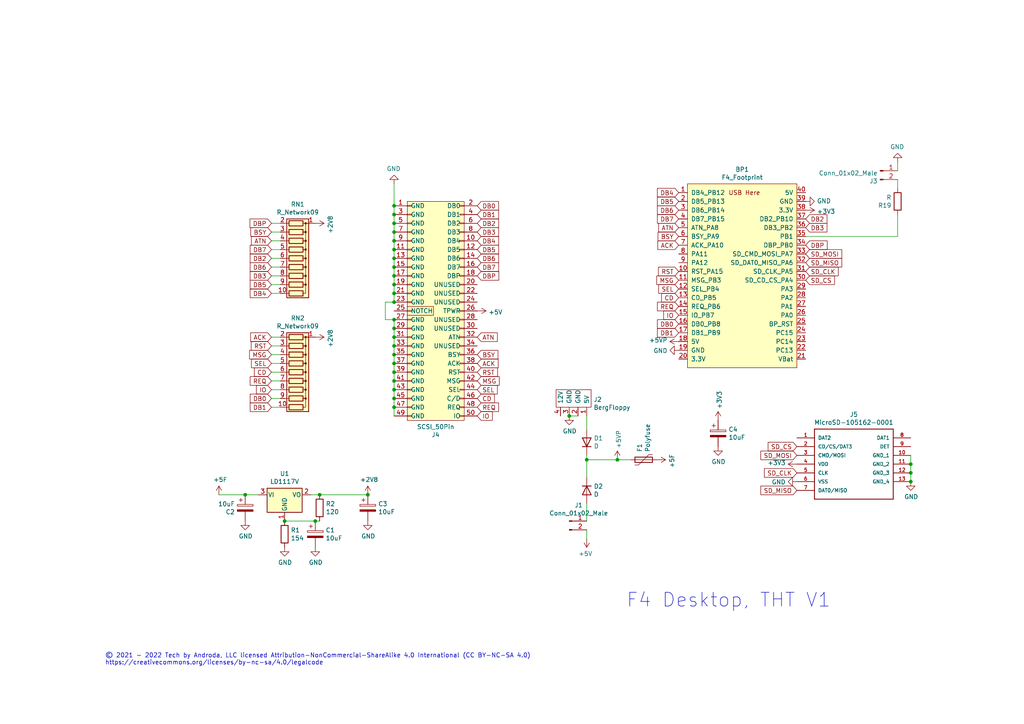
<source format=kicad_sch>
(kicad_sch (version 20211123) (generator eeschema)
  (paper "A4")
  (lib_symbols
    (symbol "Connector:Conn_01x02_Male" (pin_names (offset 1.016) hide)
      (property "Reference" "J" (at 0 2.54 0))
      (property "Value" "Conn_01x02_Male" (at 0 -5.08 0))
      (symbol "Conn_01x02_Male_1_1"
        (polyline (pts (xy 1.27 -2.54) (xy 0.8636 -2.54)) (stroke (width 0.1524)))
        (polyline (pts (xy 1.27 0) (xy 0.8636 0)) (stroke (width 0.1524)))
        (rectangle (start 0.8636 -2.413) (end 0 -2.667) (stroke (width 0.1524)) (fill (type outline)))
        (rectangle (start 0.8636 0.127) (end 0 -0.127) (stroke (width 0.1524)) (fill (type outline)))
        (pin passive line (at 5.08 0 180) (length 3.81) (name "Pin_1") (number "1"))
        (pin passive line (at 5.08 -2.54 180) (length 3.81) (name "Pin_2") (number "2"))
      )
    )
    (symbol "Device:CP" (pin_numbers hide) (pin_names (offset 0.254))
      (property "Reference" "C" (at 0.635 2.54 0))
      (property "Value" "Device_CP" (at 0.635 -2.54 0))
      (symbol "CP_0_1"
        (rectangle (start -2.286 0.508) (end 2.286 1.016))
        (polyline (pts (xy -1.778 2.286) (xy -0.762 2.286)))
        (polyline (pts (xy -1.27 2.794) (xy -1.27 1.778)))
        (rectangle (start 2.286 -0.508) (end -2.286 -1.016) (fill (type outline)))
      )
      (symbol "CP_1_1"
        (pin passive line (at 0 3.81 270) (length 2.794) (name "~") (number "1"))
        (pin passive line (at 0 -3.81 90) (length 2.794) (name "~") (number "2"))
      )
    )
    (symbol "Device:D" (pin_numbers hide) (pin_names (offset 1.016) hide)
      (property "Reference" "D" (at 0 2.54 0))
      (property "Value" "D" (at 0 -2.54 0))
      (symbol "D_0_1"
        (polyline (pts (xy -1.27 1.27) (xy -1.27 -1.27)) (stroke (width 0.254)))
        (polyline (pts (xy 1.27 0) (xy -1.27 0)))
        (polyline (pts (xy 1.27 1.27) (xy 1.27 -1.27) (xy -1.27 0) (xy 1.27 1.27)) (stroke (width 0.254)))
      )
      (symbol "D_1_1"
        (pin passive line (at -3.81 0 0) (length 2.54) (name "K") (number "1"))
        (pin passive line (at 3.81 0 180) (length 2.54) (name "A") (number "2"))
      )
    )
    (symbol "Device:Polyfuse" (pin_numbers hide) (pin_names (offset 0))
      (property "Reference" "F" (at -2.54 0 90))
      (property "Value" "Polyfuse" (at 2.54 0 90))
      (symbol "Polyfuse_0_1"
        (rectangle (start -0.762 2.54) (end 0.762 -2.54) (stroke (width 0.254)))
        (polyline (pts (xy 0 2.54) (xy 0 -2.54)))
        (polyline (pts (xy -1.524 2.54) (xy -1.524 1.524) (xy 1.524 -1.524) (xy 1.524 -2.54)))
      )
      (symbol "Polyfuse_1_1"
        (pin passive line (at 0 3.81 270) (length 1.27) (name "~") (number "1"))
        (pin passive line (at 0 -3.81 90) (length 1.27) (name "~") (number "2"))
      )
    )
    (symbol "Device:R" (pin_numbers hide) (pin_names (offset 0))
      (property "Reference" "R" (at 2.032 0 90))
      (property "Value" "R" (at 0 0 90))
      (symbol "R_0_1"
        (rectangle (start -1.016 -2.54) (end 1.016 2.54) (stroke (width 0.254)))
      )
      (symbol "R_1_1"
        (pin passive line (at 0 3.81 270) (length 1.27) (name "~") (number "1"))
        (pin passive line (at 0 -3.81 90) (length 1.27) (name "~") (number "2"))
      )
    )
    (symbol "Device:R_Network09" (pin_names (offset 0) hide)
      (property "Reference" "RN" (at -12.7 0 90))
      (property "Value" "R_Network09" (at 12.7 0 90))
      (symbol "R_Network09_0_1"
        (rectangle (start -11.43 -3.175) (end 11.43 3.175) (stroke (width 0.254)) (fill (type background)))
        (rectangle (start -10.922 1.524) (end -9.398 -2.54) (stroke (width 0.254)))
        (circle (center -10.16 2.286) (radius 0.254) (fill (type outline)))
        (rectangle (start -8.382 1.524) (end -6.858 -2.54) (stroke (width 0.254)))
        (circle (center -7.62 2.286) (radius 0.254) (fill (type outline)))
        (rectangle (start -5.842 1.524) (end -4.318 -2.54) (stroke (width 0.254)))
        (circle (center -5.08 2.286) (radius 0.254) (fill (type outline)))
        (rectangle (start -3.302 1.524) (end -1.778 -2.54) (stroke (width 0.254)))
        (circle (center -2.54 2.286) (radius 0.254) (fill (type outline)))
        (rectangle (start -0.762 1.524) (end 0.762 -2.54) (stroke (width 0.254)))
        (polyline (pts (xy -10.16 -2.54) (xy -10.16 -3.81)))
        (polyline (pts (xy -7.62 -2.54) (xy -7.62 -3.81)))
        (polyline (pts (xy -5.08 -2.54) (xy -5.08 -3.81)))
        (polyline (pts (xy -2.54 -2.54) (xy -2.54 -3.81)))
        (polyline (pts (xy 0 -2.54) (xy 0 -3.81)))
        (polyline (pts (xy 2.54 -2.54) (xy 2.54 -3.81)))
        (polyline (pts (xy 5.08 -2.54) (xy 5.08 -3.81)))
        (polyline (pts (xy 7.62 -2.54) (xy 7.62 -3.81)))
        (polyline (pts (xy 10.16 -2.54) (xy 10.16 -3.81)))
        (polyline (pts (xy -10.16 1.524) (xy -10.16 2.286) (xy -7.62 2.286) (xy -7.62 1.524)))
        (polyline (pts (xy -7.62 1.524) (xy -7.62 2.286) (xy -5.08 2.286) (xy -5.08 1.524)))
        (polyline (pts (xy -5.08 1.524) (xy -5.08 2.286) (xy -2.54 2.286) (xy -2.54 1.524)))
        (polyline (pts (xy -2.54 1.524) (xy -2.54 2.286) (xy 0 2.286) (xy 0 1.524)))
        (polyline (pts (xy 0 1.524) (xy 0 2.286) (xy 2.54 2.286) (xy 2.54 1.524)))
        (polyline (pts (xy 2.54 1.524) (xy 2.54 2.286) (xy 5.08 2.286) (xy 5.08 1.524)))
        (polyline (pts (xy 5.08 1.524) (xy 5.08 2.286) (xy 7.62 2.286) (xy 7.62 1.524)))
        (polyline (pts (xy 7.62 1.524) (xy 7.62 2.286) (xy 10.16 2.286) (xy 10.16 1.524)))
        (circle (center 0 2.286) (radius 0.254) (fill (type outline)))
        (rectangle (start 1.778 1.524) (end 3.302 -2.54) (stroke (width 0.254)))
        (circle (center 2.54 2.286) (radius 0.254) (fill (type outline)))
        (rectangle (start 4.318 1.524) (end 5.842 -2.54) (stroke (width 0.254)))
        (circle (center 5.08 2.286) (radius 0.254) (fill (type outline)))
        (rectangle (start 6.858 1.524) (end 8.382 -2.54) (stroke (width 0.254)))
        (circle (center 7.62 2.286) (radius 0.254) (fill (type outline)))
        (rectangle (start 9.398 1.524) (end 10.922 -2.54) (stroke (width 0.254)))
      )
      (symbol "R_Network09_1_1"
        (pin passive line (at -10.16 5.08 270) (length 2.54) (name "common") (number "1"))
        (pin passive line (at 10.16 -5.08 90) (length 1.27) (name "R9") (number "10"))
        (pin passive line (at -10.16 -5.08 90) (length 1.27) (name "R1") (number "2"))
        (pin passive line (at -7.62 -5.08 90) (length 1.27) (name "R2") (number "3"))
        (pin passive line (at -5.08 -5.08 90) (length 1.27) (name "R3") (number "4"))
        (pin passive line (at -2.54 -5.08 90) (length 1.27) (name "R4") (number "5"))
        (pin passive line (at 0 -5.08 90) (length 1.27) (name "R5") (number "6"))
        (pin passive line (at 2.54 -5.08 90) (length 1.27) (name "R6") (number "7"))
        (pin passive line (at 5.08 -5.08 90) (length 1.27) (name "R7") (number "8"))
        (pin passive line (at 7.62 -5.08 90) (length 1.27) (name "R8") (number "9"))
      )
    )
    (symbol "Regulator_Linear:LD1117VCD-2.85" (pin_names (offset 0.254))
      (property "Reference" "U" (at -3.81 3.175 0))
      (property "Value" "LD1117VCD-2.85" (at 0 3.175 0))
      (symbol "LD1117VCD-2.85_0_1"
        (rectangle (start -5.08 -5.08) (end 5.08 1.905) (stroke (width 0.254)) (fill (type background)))
      )
      (symbol "LD1117VCD-2.85_1_1"
        (pin power_in line (at 0 -7.62 90) (length 2.54) (name "GND") (number "1"))
        (pin power_out line (at 7.62 0 180) (length 2.54) (name "VO") (number "2"))
        (pin power_in line (at -7.62 0 0) (length 2.54) (name "VI") (number "3"))
      )
    )
    (symbol "custom_symbols:+5V_TPWR" (power) (pin_names (offset 0))
      (property "Value" "custom_symbols_+5V_TPWR" (at 0 3.556 0))
      (symbol "+5V_TPWR_0_1"
        (polyline (pts (xy -0.762 1.27) (xy 0 2.54)))
        (polyline (pts (xy 0 0) (xy 0 2.54)))
        (polyline (pts (xy 0 2.54) (xy 0.762 1.27)))
      )
      (symbol "+5V_TPWR_1_1"
        (pin power_in line (at 0 0 90) (length 0) hide (name "+5V") (number "1"))
      )
    )
    (symbol "custom_symbols:BergFloppy" (pin_names (offset 1.016))
      (property "Reference" "J" (at 0 -1.27 0))
      (property "Value" "custom_symbols_BergFloppy" (at 0 1.27 0))
      (symbol "BergFloppy_0_1"
        (rectangle (start -5.08 -10.16) (end 5.08 -5.08))
      )
      (symbol "BergFloppy_1_1"
        (pin power_in line (at 3.81 -12.7 90) (length 2.54) (name "5V") (number "1"))
        (pin power_in line (at 1.27 -12.7 90) (length 2.54) (name "GND") (number "2"))
        (pin power_in line (at -1.27 -12.7 90) (length 2.54) (name "GND") (number "3"))
        (pin power_in line (at -3.81 -12.7 90) (length 2.54) (name "12V") (number "4"))
      )
    )
    (symbol "custom_symbols:F4_Footprint" (pin_names (offset 1.016))
      (property "Reference" "BP" (at 0 1.27 0))
      (property "Value" "custom_symbols_F4_Footprint" (at 0 5.08 0))
      (symbol "F4_Footprint_0_0"
        (text "USB Here" (at 1.27 -3.81 0) (effects (font (size 1.27 1.27))))
      )
      (symbol "F4_Footprint_0_1"
        (rectangle (start 16.51 -1.27) (end -15.24 -54.61) (fill (type background)))
      )
      (symbol "F4_Footprint_1_1"
        (pin bidirectional line (at -17.78 -3.81 0) (length 2.54) (name "DB4_PB12") (number "1"))
        (pin bidirectional line (at -17.78 -26.67 0) (length 2.54) (name "RST_PA15") (number "10"))
        (pin bidirectional line (at -17.78 -29.21 0) (length 2.54) (name "MSG_PB3") (number "11"))
        (pin bidirectional line (at -17.78 -31.75 0) (length 2.54) (name "SEL_PB4") (number "12"))
        (pin bidirectional line (at -17.78 -34.29 0) (length 2.54) (name "CD_PB5") (number "13"))
        (pin bidirectional line (at -17.78 -36.83 0) (length 2.54) (name "REQ_PB6") (number "14"))
        (pin bidirectional line (at -17.78 -39.37 0) (length 2.54) (name "IO_PB7") (number "15"))
        (pin bidirectional line (at -17.78 -41.91 0) (length 2.54) (name "DB0_PB8") (number "16"))
        (pin bidirectional line (at -17.78 -44.45 0) (length 2.54) (name "DB1_PB9") (number "17"))
        (pin power_in line (at -17.78 -46.99 0) (length 2.54) (name "5V") (number "18"))
        (pin power_in line (at -17.78 -49.53 0) (length 2.54) (name "GND") (number "19"))
        (pin bidirectional line (at -17.78 -6.35 0) (length 2.54) (name "DB5_PB13") (number "2"))
        (pin power_in line (at -17.78 -52.07 0) (length 2.54) (name "3.3V") (number "20"))
        (pin power_in line (at 19.05 -52.07 180) (length 2.54) (name "VBat") (number "21"))
        (pin bidirectional line (at 19.05 -49.53 180) (length 2.54) (name "PC13") (number "22"))
        (pin bidirectional line (at 19.05 -46.99 180) (length 2.54) (name "PC14") (number "23"))
        (pin bidirectional line (at 19.05 -44.45 180) (length 2.54) (name "PC15") (number "24"))
        (pin input line (at 19.05 -41.91 180) (length 2.54) (name "BP_RST") (number "25"))
        (pin bidirectional line (at 19.05 -39.37 180) (length 2.54) (name "PA0") (number "26"))
        (pin bidirectional line (at 19.05 -36.83 180) (length 2.54) (name "PA1") (number "27"))
        (pin bidirectional line (at 19.05 -34.29 180) (length 2.54) (name "PA2") (number "28"))
        (pin bidirectional line (at 19.05 -31.75 180) (length 2.54) (name "PA3") (number "29"))
        (pin bidirectional line (at -17.78 -8.89 0) (length 2.54) (name "DB6_PB14") (number "3"))
        (pin bidirectional line (at 19.05 -29.21 180) (length 2.54) (name "SD_CD_CS_PA4") (number "30"))
        (pin bidirectional line (at 19.05 -26.67 180) (length 2.54) (name "SD_CLK_PA5") (number "31"))
        (pin bidirectional line (at 19.05 -24.13 180) (length 2.54) (name "SD_DAT0_MISO_PA6") (number "32"))
        (pin bidirectional line (at 19.05 -21.59 180) (length 2.54) (name "SD_CMD_MOSI_PA7") (number "33"))
        (pin bidirectional line (at 19.05 -19.05 180) (length 2.54) (name "DBP_PB0") (number "34"))
        (pin bidirectional line (at 19.05 -16.51 180) (length 2.54) (name "PB1") (number "35"))
        (pin bidirectional line (at 19.05 -13.97 180) (length 2.54) (name "DB3_PB2") (number "36"))
        (pin bidirectional line (at 19.05 -11.43 180) (length 2.54) (name "DB2_PB10") (number "37"))
        (pin power_in line (at 19.05 -8.89 180) (length 2.54) (name "3.3V") (number "38"))
        (pin power_in line (at 19.05 -6.35 180) (length 2.54) (name "GND") (number "39"))
        (pin bidirectional line (at -17.78 -11.43 0) (length 2.54) (name "DB7_PB15") (number "4"))
        (pin power_in line (at 19.05 -3.81 180) (length 2.54) (name "5V") (number "40"))
        (pin bidirectional line (at -17.78 -13.97 0) (length 2.54) (name "ATN_PA8") (number "5"))
        (pin bidirectional line (at -17.78 -16.51 0) (length 2.54) (name "BSY_PA9") (number "6"))
        (pin bidirectional line (at -17.78 -19.05 0) (length 2.54) (name "ACK_PA10") (number "7"))
        (pin bidirectional line (at -17.78 -21.59 0) (length 2.54) (name "PA11") (number "8"))
        (pin bidirectional line (at -17.78 -24.13 0) (length 2.54) (name "PA12") (number "9"))
      )
    )
    (symbol "custom_symbols:MicroSD-105162-0001" (pin_names (offset 1.016))
      (property "Reference" "J" (at 29.21 7.62 0))
      (property "Value" "custom_symbols_MicroSD-105162-0001" (at 29.21 5.08 0))
      (symbol "MicroSD-105162-0001_0_0"
        (polyline (pts (xy 5.08 2.54) (xy 5.08 -17.78)) (stroke (width 0.254)))
        (polyline (pts (xy 5.08 2.54) (xy 27.94 2.54)) (stroke (width 0.254)))
        (polyline (pts (xy 27.94 -17.78) (xy 5.08 -17.78)) (stroke (width 0.254)))
        (polyline (pts (xy 27.94 -17.78) (xy 27.94 2.54)) (stroke (width 0.254)))
        (pin bidirectional line (at 0 0 0) (length 5.08) (name "DAT2") (number "1"))
        (pin bidirectional line (at 33.02 -5.08 180) (length 5.08) (name "GND_1") (number "10"))
        (pin bidirectional line (at 33.02 -7.62 180) (length 5.08) (name "GND_2") (number "11"))
        (pin bidirectional line (at 33.02 -10.16 180) (length 5.08) (name "GND_3") (number "12"))
        (pin bidirectional line (at 33.02 -12.7 180) (length 5.08) (name "GND_4") (number "13"))
        (pin bidirectional line (at 0 -2.54 0) (length 5.08) (name "CD/CS/DAT3") (number "2"))
        (pin bidirectional line (at 0 -5.08 0) (length 5.08) (name "CMD/MOSI") (number "3"))
        (pin bidirectional line (at 0 -7.62 0) (length 5.08) (name "VDD") (number "4"))
        (pin bidirectional line (at 0 -10.16 0) (length 5.08) (name "CLK") (number "5"))
        (pin bidirectional line (at 0 -12.7 0) (length 5.08) (name "VSS") (number "6"))
        (pin bidirectional line (at 0 -15.24 0) (length 5.08) (name "DAT0/MISO") (number "7"))
        (pin bidirectional line (at 33.02 0 180) (length 5.08) (name "DAT1") (number "8"))
        (pin bidirectional line (at 33.02 -2.54 180) (length 5.08) (name "DET") (number "9"))
      )
    )
    (symbol "custom_symbols:SCSI_50Pin" (pin_names (offset 1.016))
      (property "Reference" "J" (at -3.81 33.02 0))
      (property "Value" "custom_symbols_SCSI_50Pin" (at -3.81 -33.02 0))
      (symbol "SCSI_50Pin_0_1"
        (rectangle (start -11.43 1.27) (end -3.81 -1.27))
        (rectangle (start -11.43 31.75) (end 5.08 -31.75) (fill (type background)))
      )
      (symbol "SCSI_50Pin_1_1"
        (rectangle (start -11.43 -30.353) (end -10.16 -30.607) (stroke (width 0.1524)))
        (rectangle (start -11.43 -27.813) (end -10.16 -28.067) (stroke (width 0.1524)))
        (rectangle (start -11.43 -25.273) (end -10.16 -25.527) (stroke (width 0.1524)))
        (rectangle (start -11.43 -22.733) (end -10.16 -22.987) (stroke (width 0.1524)))
        (rectangle (start -11.43 -20.193) (end -10.16 -20.447) (stroke (width 0.1524)))
        (rectangle (start -11.43 -17.653) (end -10.16 -17.907) (stroke (width 0.1524)))
        (rectangle (start -11.43 -15.113) (end -10.16 -15.367) (stroke (width 0.1524)))
        (rectangle (start -11.43 -12.573) (end -10.16 -12.827) (stroke (width 0.1524)))
        (rectangle (start -11.43 -10.033) (end -10.16 -10.287) (stroke (width 0.1524)))
        (rectangle (start -11.43 -7.493) (end -10.16 -7.747) (stroke (width 0.1524)))
        (rectangle (start -11.43 -4.953) (end -10.16 -5.207) (stroke (width 0.1524)))
        (rectangle (start -11.43 -2.413) (end -10.16 -2.667) (stroke (width 0.1524)))
        (rectangle (start -11.43 0.127) (end -10.16 -0.127) (stroke (width 0.1524)))
        (rectangle (start -11.43 2.667) (end -10.16 2.413) (stroke (width 0.1524)))
        (rectangle (start -11.43 5.207) (end -10.16 4.953) (stroke (width 0.1524)))
        (rectangle (start -11.43 7.747) (end -10.16 7.493) (stroke (width 0.1524)))
        (rectangle (start -11.43 10.287) (end -10.16 10.033) (stroke (width 0.1524)))
        (rectangle (start -11.43 12.827) (end -10.16 12.573) (stroke (width 0.1524)))
        (rectangle (start -11.43 15.367) (end -10.16 15.113) (stroke (width 0.1524)))
        (rectangle (start -11.43 17.907) (end -10.16 17.653) (stroke (width 0.1524)))
        (rectangle (start -11.43 20.447) (end -10.16 20.193) (stroke (width 0.1524)))
        (rectangle (start -11.43 22.987) (end -10.16 22.733) (stroke (width 0.1524)))
        (rectangle (start -11.43 25.527) (end -10.16 25.273) (stroke (width 0.1524)))
        (rectangle (start -11.43 28.067) (end -10.16 27.813) (stroke (width 0.1524)))
        (rectangle (start -11.43 30.607) (end -10.16 30.353) (stroke (width 0.1524)))
        (rectangle (start 5.08 -30.353) (end 3.81 -30.607) (stroke (width 0.1524)))
        (rectangle (start 5.08 -27.813) (end 3.81 -28.067) (stroke (width 0.1524)))
        (rectangle (start 5.08 -25.273) (end 3.81 -25.527) (stroke (width 0.1524)))
        (rectangle (start 5.08 -22.733) (end 3.81 -22.987) (stroke (width 0.1524)))
        (rectangle (start 5.08 -20.193) (end 3.81 -20.447) (stroke (width 0.1524)))
        (rectangle (start 5.08 -17.653) (end 3.81 -17.907) (stroke (width 0.1524)))
        (rectangle (start 5.08 -15.113) (end 3.81 -15.367) (stroke (width 0.1524)))
        (rectangle (start 5.08 -12.573) (end 3.81 -12.827) (stroke (width 0.1524)))
        (rectangle (start 5.08 -10.033) (end 3.81 -10.287) (stroke (width 0.1524)))
        (rectangle (start 5.08 -7.493) (end 3.81 -7.747) (stroke (width 0.1524)))
        (rectangle (start 5.08 -4.953) (end 3.81 -5.207) (stroke (width 0.1524)))
        (rectangle (start 5.08 -2.413) (end 3.81 -2.667) (stroke (width 0.1524)))
        (rectangle (start 5.08 0.127) (end 3.81 -0.127) (stroke (width 0.1524)))
        (rectangle (start 5.08 2.667) (end 3.81 2.413) (stroke (width 0.1524)))
        (rectangle (start 5.08 5.207) (end 3.81 4.953) (stroke (width 0.1524)))
        (rectangle (start 5.08 7.747) (end 3.81 7.493) (stroke (width 0.1524)))
        (rectangle (start 5.08 10.287) (end 3.81 10.033) (stroke (width 0.1524)))
        (rectangle (start 5.08 12.827) (end 3.81 12.573) (stroke (width 0.1524)))
        (rectangle (start 5.08 15.367) (end 3.81 15.113) (stroke (width 0.1524)))
        (rectangle (start 5.08 17.907) (end 3.81 17.653) (stroke (width 0.1524)))
        (rectangle (start 5.08 20.447) (end 3.81 20.193) (stroke (width 0.1524)))
        (rectangle (start 5.08 22.987) (end 3.81 22.733) (stroke (width 0.1524)))
        (rectangle (start 5.08 25.527) (end 3.81 25.273) (stroke (width 0.1524)))
        (rectangle (start 5.08 28.067) (end 3.81 27.813) (stroke (width 0.1524)))
        (rectangle (start 5.08 30.607) (end 3.81 30.353) (stroke (width 0.1524)))
        (pin passive line (at -15.24 30.48 0) (length 3.81) (name "GND") (number "1"))
        (pin passive line (at 8.89 20.32 180) (length 3.81) (name "DB4") (number "10"))
        (pin passive line (at -15.24 17.78 0) (length 3.81) (name "GND") (number "11"))
        (pin passive line (at 8.89 17.78 180) (length 3.81) (name "DB5") (number "12"))
        (pin passive line (at -15.24 15.24 0) (length 3.81) (name "GND") (number "13"))
        (pin passive line (at 8.89 15.24 180) (length 3.81) (name "DB6") (number "14"))
        (pin passive line (at -15.24 12.7 0) (length 3.81) (name "GND") (number "15"))
        (pin passive line (at 8.89 12.7 180) (length 3.81) (name "DB7") (number "16"))
        (pin passive line (at -15.24 10.16 0) (length 3.81) (name "GND") (number "17"))
        (pin passive line (at 8.89 10.16 180) (length 3.81) (name "DBP") (number "18"))
        (pin passive line (at -15.24 7.62 0) (length 3.81) (name "GND") (number "19"))
        (pin passive line (at 8.89 30.48 180) (length 3.81) (name "DB0") (number "2"))
        (pin passive line (at 8.89 7.62 180) (length 3.81) (name "UNUSED") (number "20"))
        (pin passive line (at -15.24 5.08 0) (length 3.81) (name "GND") (number "21"))
        (pin passive line (at 8.89 5.08 180) (length 3.81) (name "UNUSED") (number "22"))
        (pin passive line (at -15.24 2.54 0) (length 3.81) (name "GND") (number "23"))
        (pin passive line (at 8.89 2.54 180) (length 3.81) (name "UNUSED") (number "24"))
        (pin passive line (at -15.24 0 0) (length 3.81) (name "NOTCH") (number "25"))
        (pin passive line (at 8.89 0 180) (length 3.81) (name "TPWR") (number "26"))
        (pin passive line (at -15.24 -2.54 0) (length 3.81) (name "GND") (number "27"))
        (pin passive line (at 8.89 -2.54 180) (length 3.81) (name "UNUSED") (number "28"))
        (pin passive line (at -15.24 -5.08 0) (length 3.81) (name "GND") (number "29"))
        (pin passive line (at -15.24 27.94 0) (length 3.81) (name "GND") (number "3"))
        (pin passive line (at 8.89 -5.08 180) (length 3.81) (name "UNUSED") (number "30"))
        (pin passive line (at -15.24 -7.62 0) (length 3.81) (name "GND") (number "31"))
        (pin passive line (at 8.89 -7.62 180) (length 3.81) (name "ATN") (number "32"))
        (pin passive line (at -15.24 -10.16 0) (length 3.81) (name "GND") (number "33"))
        (pin passive line (at 8.89 -10.16 180) (length 3.81) (name "UNUSED") (number "34"))
        (pin passive line (at -15.24 -12.7 0) (length 3.81) (name "GND") (number "35"))
        (pin passive line (at 8.89 -12.7 180) (length 3.81) (name "BSY") (number "36"))
        (pin passive line (at -15.24 -15.24 0) (length 3.81) (name "GND") (number "37"))
        (pin passive line (at 8.89 -15.24 180) (length 3.81) (name "ACK") (number "38"))
        (pin passive line (at -15.24 -17.78 0) (length 3.81) (name "GND") (number "39"))
        (pin passive line (at 8.89 27.94 180) (length 3.81) (name "DB1") (number "4"))
        (pin passive line (at 8.89 -17.78 180) (length 3.81) (name "RST") (number "40"))
        (pin passive line (at -15.24 -20.32 0) (length 3.81) (name "GND") (number "41"))
        (pin passive line (at 8.89 -20.32 180) (length 3.81) (name "MSG") (number "42"))
        (pin passive line (at -15.24 -22.86 0) (length 3.81) (name "GND") (number "43"))
        (pin passive line (at 8.89 -22.86 180) (length 3.81) (name "SEL") (number "44"))
        (pin passive line (at -15.24 -25.4 0) (length 3.81) (name "GND") (number "45"))
        (pin passive line (at 8.89 -25.4 180) (length 3.81) (name "C/D") (number "46"))
        (pin passive line (at -15.24 -27.94 0) (length 3.81) (name "GND") (number "47"))
        (pin passive line (at 8.89 -27.94 180) (length 3.81) (name "REQ") (number "48"))
        (pin passive line (at -15.24 -30.48 0) (length 3.81) (name "GND") (number "49"))
        (pin passive line (at -15.24 25.4 0) (length 3.81) (name "GND") (number "5"))
        (pin passive line (at 8.89 -30.48 180) (length 3.81) (name "IO") (number "50"))
        (pin passive line (at 8.89 25.4 180) (length 3.81) (name "DB2") (number "6"))
        (pin passive line (at -15.24 22.86 0) (length 3.81) (name "GND") (number "7"))
        (pin passive line (at 8.89 22.86 180) (length 3.81) (name "DB3") (number "8"))
        (pin passive line (at -15.24 20.32 0) (length 3.81) (name "GND") (number "9"))
      )
    )
    (symbol "power:+2V8" (power) (pin_names (offset 0))
      (property "Value" "+2V8" (at 0 3.556 0))
      (symbol "+2V8_0_1"
        (polyline (pts (xy -0.762 1.27) (xy 0 2.54)))
        (polyline (pts (xy 0 0) (xy 0 2.54)))
        (polyline (pts (xy 0 2.54) (xy 0.762 1.27)))
      )
      (symbol "+2V8_1_1"
        (pin power_in line (at 0 0 90) (length 0) hide (name "+2V8") (number "1"))
      )
    )
    (symbol "power:+3V3" (power) (pin_names (offset 0))
      (property "Value" "+3V3" (at 0 3.556 0))
      (symbol "+3V3_0_1"
        (polyline (pts (xy -0.762 1.27) (xy 0 2.54)))
        (polyline (pts (xy 0 0) (xy 0 2.54)))
        (polyline (pts (xy 0 2.54) (xy 0.762 1.27)))
      )
      (symbol "+3V3_1_1"
        (pin power_in line (at 0 0 90) (length 0) hide (name "+3V3") (number "1"))
      )
    )
    (symbol "power:+5F" (power) (pin_names (offset 0))
      (property "Value" "+5F" (at 0 3.556 0))
      (symbol "+5F_0_1"
        (polyline (pts (xy -0.762 1.27) (xy 0 2.54)))
        (polyline (pts (xy 0 0) (xy 0 2.54)))
        (polyline (pts (xy 0 2.54) (xy 0.762 1.27)))
      )
      (symbol "+5F_1_1"
        (pin power_in line (at 0 0 90) (length 0) hide (name "+5F") (number "1"))
      )
    )
    (symbol "power:+5VP" (power) (pin_names (offset 0))
      (property "Value" "+5VP" (at 0 3.556 0))
      (symbol "+5VP_0_1"
        (polyline (pts (xy -0.762 1.27) (xy 0 2.54)))
        (polyline (pts (xy 0 0) (xy 0 2.54)))
        (polyline (pts (xy 0 2.54) (xy 0.762 1.27)))
      )
      (symbol "+5VP_1_1"
        (pin power_in line (at 0 0 90) (length 0) hide (name "+5VP") (number "1"))
      )
    )
    (symbol "power:GND" (power) (pin_names (offset 0))
      (property "Value" "GND" (at 0 -3.81 0))
      (symbol "GND_0_1"
        (polyline (pts (xy 0 0) (xy 0 -1.27) (xy 1.27 -1.27) (xy 0 -2.54) (xy -1.27 -1.27) (xy 0 -1.27)))
      )
      (symbol "GND_1_1"
        (pin power_in line (at 0 0 270) (length 0) hide (name "GND") (number "1"))
      )
    )
  )
  (junction (at 114.3 95.25))
  (junction (at 114.3 72.39))
  (junction (at 114.3 110.49))
  (junction (at 114.3 59.69))
  (junction (at 114.3 105.41))
  (junction (at 114.3 87.63))
  (junction (at 114.3 100.33))
  (junction (at 106.68 143.51))
  (junction (at 82.55 151.13))
  (junction (at 165.1 120.65))
  (junction (at 71.12 143.51))
  (junction (at 91.44 151.13))
  (junction (at 114.3 102.87))
  (junction (at 264.16 139.7))
  (junction (at 114.3 64.77))
  (junction (at 264.16 137.16))
  (junction (at 114.3 118.11))
  (junction (at 114.3 62.23))
  (junction (at 114.3 74.93))
  (junction (at 114.3 67.31))
  (junction (at 264.16 134.62))
  (junction (at 114.3 113.03))
  (junction (at 114.3 77.47))
  (junction (at 114.3 69.85))
  (junction (at 114.3 85.09))
  (junction (at 114.3 82.55))
  (junction (at 114.3 107.95))
  (junction (at 114.3 115.57))
  (junction (at 114.3 92.71))
  (junction (at 179.07 133.35))
  (junction (at 114.3 80.01))
  (junction (at 92.71 143.51))
  (junction (at 170.18 133.35))
  (junction (at 114.3 97.79))
  (wire (pts (xy 114.3 67.31) (xy 114.3 64.77)))
  (wire (pts (xy 170.18 146.05) (xy 170.18 151.13)))
  (wire (pts (xy 114.3 69.85) (xy 114.3 67.31)))
  (wire (pts (xy 167.64 120.65) (xy 165.1 120.65)))
  (wire (pts (xy 114.3 87.63) (xy 114.3 85.09)))
  (wire (pts (xy 170.18 133.35) (xy 179.07 133.35)))
  (wire (pts (xy 111.76 92.71) (xy 111.76 87.63)))
  (wire (pts (xy 78.74 113.03) (xy 81.28 113.03)))
  (wire (pts (xy 170.18 153.67) (xy 170.18 156.21)))
  (wire (pts (xy 71.12 143.51) (xy 63.5 143.51)))
  (wire (pts (xy 264.16 134.62) (xy 264.16 137.16)))
  (wire (pts (xy 81.28 67.31) (xy 78.74 67.31)))
  (wire (pts (xy 179.07 133.35) (xy 182.88 133.35)))
  (wire (pts (xy 114.3 74.93) (xy 114.3 72.39)))
  (wire (pts (xy 114.3 77.47) (xy 114.3 74.93)))
  (wire (pts (xy 170.18 133.35) (xy 170.18 132.08)))
  (wire (pts (xy 114.3 97.79) (xy 114.3 95.25)))
  (wire (pts (xy 170.18 138.43) (xy 170.18 133.35)))
  (wire (pts (xy 81.28 74.93) (xy 78.74 74.93)))
  (wire (pts (xy 114.3 102.87) (xy 114.3 100.33)))
  (wire (pts (xy 114.3 72.39) (xy 114.3 69.85)))
  (wire (pts (xy 78.74 107.95) (xy 81.28 107.95)))
  (wire (pts (xy 233.68 68.58) (xy 260.35 68.58)))
  (wire (pts (xy 114.3 64.77) (xy 114.3 62.23)))
  (wire (pts (xy 92.71 151.13) (xy 91.44 151.13)))
  (wire (pts (xy 114.3 100.33) (xy 114.3 97.79)))
  (wire (pts (xy 170.18 120.65) (xy 170.18 124.46)))
  (wire (pts (xy 78.74 118.11) (xy 81.28 118.11)))
  (wire (pts (xy 114.3 113.03) (xy 114.3 110.49)))
  (wire (pts (xy 92.71 143.51) (xy 106.68 143.51)))
  (wire (pts (xy 114.3 110.49) (xy 114.3 107.95)))
  (wire (pts (xy 111.76 87.63) (xy 114.3 87.63)))
  (wire (pts (xy 260.35 52.07) (xy 260.35 54.61)))
  (wire (pts (xy 114.3 105.41) (xy 114.3 102.87)))
  (wire (pts (xy 78.74 100.33) (xy 81.28 100.33)))
  (wire (pts (xy 81.28 69.85) (xy 78.74 69.85)))
  (wire (pts (xy 114.3 107.95) (xy 114.3 105.41)))
  (wire (pts (xy 260.35 68.58) (xy 260.35 62.23)))
  (wire (pts (xy 81.28 80.01) (xy 78.74 80.01)))
  (wire (pts (xy 81.28 85.09) (xy 78.74 85.09)))
  (wire (pts (xy 264.16 137.16) (xy 264.16 139.7)))
  (wire (pts (xy 78.74 105.41) (xy 81.28 105.41)))
  (wire (pts (xy 114.3 120.65) (xy 114.3 118.11)))
  (wire (pts (xy 81.28 72.39) (xy 78.74 72.39)))
  (wire (pts (xy 114.3 62.23) (xy 114.3 59.69)))
  (wire (pts (xy 114.3 115.57) (xy 114.3 113.03)))
  (wire (pts (xy 74.93 143.51) (xy 71.12 143.51)))
  (wire (pts (xy 81.28 82.55) (xy 78.74 82.55)))
  (wire (pts (xy 114.3 95.25) (xy 114.3 92.71)))
  (wire (pts (xy 91.44 151.13) (xy 82.55 151.13)))
  (wire (pts (xy 114.3 80.01) (xy 114.3 77.47)))
  (wire (pts (xy 114.3 59.69) (xy 114.3 53.34)))
  (wire (pts (xy 81.28 77.47) (xy 78.74 77.47)))
  (wire (pts (xy 114.3 82.55) (xy 114.3 80.01)))
  (wire (pts (xy 90.17 143.51) (xy 92.71 143.51)))
  (wire (pts (xy 114.3 85.09) (xy 114.3 82.55)))
  (wire (pts (xy 78.74 115.57) (xy 81.28 115.57)))
  (wire (pts (xy 114.3 118.11) (xy 114.3 115.57)))
  (wire (pts (xy 114.3 92.71) (xy 111.76 92.71)))
  (wire (pts (xy 264.16 132.08) (xy 264.16 134.62)))
  (wire (pts (xy 260.35 49.53) (xy 260.35 46.99)))
  (wire (pts (xy 78.74 110.49) (xy 81.28 110.49)))
  (wire (pts (xy 81.28 64.77) (xy 78.74 64.77)))
  (wire (pts (xy 78.74 102.87) (xy 81.28 102.87)))
  (wire (pts (xy 78.74 97.79) (xy 81.28 97.79)))
  (text "F4 Desktop, THT V1" (at 181.61 176.53 0) (effects (font (size 4 4)) (justify left bottom)))
  (text "© 2021 - 2022 Tech by Androda, LLC licensed Attribution-NonCommercial-ShareAlike 4.0 International (CC BY-NC-SA 4.0)\nhttps://creativecommons.org/licenses/by-nc-sa/4.0/legalcode" (at 30.48 193.04 0) (effects (font (size 1.27 1.27)) (justify left bottom)))
  (global_label "ACK" (shape input) (at 78.74 97.79 180) (property "Intersheet References" "${INTERSHEET_REFS}" (effects hide)))
  (global_label "DB3" (shape input) (at 233.68 66.04 0) (property "Intersheet References" "${INTERSHEET_REFS}" (effects hide)))
  (global_label "ATN" (shape input) (at 78.74 69.85 180) (property "Intersheet References" "${INTERSHEET_REFS}" (effects hide)))
  (global_label "SD_CS" (shape input) (at 233.68 81.28 0) (property "Intersheet References" "${INTERSHEET_REFS}" (effects hide)))
  (global_label "DBP" (shape input) (at 233.68 71.12 0) (property "Intersheet References" "${INTERSHEET_REFS}" (effects hide)))
  (global_label "DB5" (shape input) (at 196.85 58.42 180) (property "Intersheet References" "${INTERSHEET_REFS}" (effects hide)))
  (global_label "MSG" (shape input) (at 138.43 110.49 0) (property "Intersheet References" "${INTERSHEET_REFS}" (effects hide)))
  (global_label "DB6" (shape input) (at 78.74 77.47 180) (property "Intersheet References" "${INTERSHEET_REFS}" (effects hide)))
  (global_label "ATN" (shape input) (at 138.43 97.79 0) (property "Intersheet References" "${INTERSHEET_REFS}" (effects hide)))
  (global_label "DB7" (shape input) (at 78.74 72.39 180) (property "Intersheet References" "${INTERSHEET_REFS}" (effects hide)))
  (global_label "DB3" (shape input) (at 138.43 67.31 0) (property "Intersheet References" "${INTERSHEET_REFS}" (effects hide)))
  (global_label "DB3" (shape input) (at 78.74 80.01 180) (property "Intersheet References" "${INTERSHEET_REFS}" (effects hide)))
  (global_label "ATN" (shape input) (at 196.85 66.04 180) (property "Intersheet References" "${INTERSHEET_REFS}" (effects hide)))
  (global_label "CD" (shape input) (at 78.74 107.95 180) (property "Intersheet References" "${INTERSHEET_REFS}" (effects hide)))
  (global_label "DB1" (shape input) (at 138.43 62.23 0) (property "Intersheet References" "${INTERSHEET_REFS}" (effects hide)))
  (global_label "MSG" (shape input) (at 78.74 102.87 180) (property "Intersheet References" "${INTERSHEET_REFS}" (effects hide)))
  (global_label "REQ" (shape input) (at 138.43 118.11 0) (property "Intersheet References" "${INTERSHEET_REFS}" (effects hide)))
  (global_label "DB0" (shape input) (at 196.85 93.98 180) (property "Intersheet References" "${INTERSHEET_REFS}" (effects hide)))
  (global_label "DB0" (shape input) (at 138.43 59.69 0) (property "Intersheet References" "${INTERSHEET_REFS}" (effects hide)))
  (global_label "SD_MISO" (shape input) (at 231.14 142.24 180) (property "Intersheet References" "${INTERSHEET_REFS}" (effects hide)))
  (global_label "DB1" (shape input) (at 196.85 96.52 180) (property "Intersheet References" "${INTERSHEET_REFS}" (effects hide)))
  (global_label "IO" (shape input) (at 196.85 91.44 180) (property "Intersheet References" "${INTERSHEET_REFS}" (effects hide)))
  (global_label "SEL" (shape input) (at 196.85 83.82 180) (property "Intersheet References" "${INTERSHEET_REFS}" (effects hide)))
  (global_label "MSG" (shape input) (at 196.85 81.28 180) (property "Intersheet References" "${INTERSHEET_REFS}" (effects hide)))
  (global_label "SEL" (shape input) (at 138.43 113.03 0) (property "Intersheet References" "${INTERSHEET_REFS}" (effects hide)))
  (global_label "DBP" (shape input) (at 78.74 64.77 180) (property "Intersheet References" "${INTERSHEET_REFS}" (effects hide)))
  (global_label "BSY" (shape input) (at 138.43 102.87 0) (property "Intersheet References" "${INTERSHEET_REFS}" (effects hide)))
  (global_label "DB4" (shape input) (at 78.74 85.09 180) (property "Intersheet References" "${INTERSHEET_REFS}" (effects hide)))
  (global_label "ACK" (shape input) (at 196.85 71.12 180) (property "Intersheet References" "${INTERSHEET_REFS}" (effects hide)))
  (global_label "DBP" (shape input) (at 138.43 80.01 0) (property "Intersheet References" "${INTERSHEET_REFS}" (effects hide)))
  (global_label "DB4" (shape input) (at 138.43 69.85 0) (property "Intersheet References" "${INTERSHEET_REFS}" (effects hide)))
  (global_label "SEL" (shape input) (at 78.74 105.41 180) (property "Intersheet References" "${INTERSHEET_REFS}" (effects hide)))
  (global_label "SD_MOSI" (shape input) (at 233.68 73.66 0) (property "Intersheet References" "${INTERSHEET_REFS}" (effects hide)))
  (global_label "DB2" (shape input) (at 78.74 74.93 180) (property "Intersheet References" "${INTERSHEET_REFS}" (effects hide)))
  (global_label "REQ" (shape input) (at 78.74 110.49 180) (property "Intersheet References" "${INTERSHEET_REFS}" (effects hide)))
  (global_label "RST" (shape input) (at 78.74 100.33 180) (property "Intersheet References" "${INTERSHEET_REFS}" (effects hide)))
  (global_label "DB6" (shape input) (at 138.43 74.93 0) (property "Intersheet References" "${INTERSHEET_REFS}" (effects hide)))
  (global_label "DB2" (shape input) (at 138.43 64.77 0) (property "Intersheet References" "${INTERSHEET_REFS}" (effects hide)))
  (global_label "DB4" (shape input) (at 196.85 55.88 180) (property "Intersheet References" "${INTERSHEET_REFS}" (effects hide)))
  (global_label "REQ" (shape input) (at 196.85 88.9 180) (property "Intersheet References" "${INTERSHEET_REFS}" (effects hide)))
  (global_label "BSY" (shape input) (at 78.74 67.31 180) (property "Intersheet References" "${INTERSHEET_REFS}" (effects hide)))
  (global_label "SD_MISO" (shape input) (at 233.68 76.2 0) (property "Intersheet References" "${INTERSHEET_REFS}" (effects hide)))
  (global_label "BSY" (shape input) (at 196.85 68.58 180) (property "Intersheet References" "${INTERSHEET_REFS}" (effects hide)))
  (global_label "IO" (shape input) (at 78.74 113.03 180) (property "Intersheet References" "${INTERSHEET_REFS}" (effects hide)))
  (global_label "DB1" (shape input) (at 78.74 118.11 180) (property "Intersheet References" "${INTERSHEET_REFS}" (effects hide)))
  (global_label "SD_CLK" (shape input) (at 233.68 78.74 0) (property "Intersheet References" "${INTERSHEET_REFS}" (effects hide)))
  (global_label "DB5" (shape input) (at 138.43 72.39 0) (property "Intersheet References" "${INTERSHEET_REFS}" (effects hide)))
  (global_label "DB6" (shape input) (at 196.85 60.96 180) (property "Intersheet References" "${INTERSHEET_REFS}" (effects hide)))
  (global_label "DB7" (shape input) (at 138.43 77.47 0) (property "Intersheet References" "${INTERSHEET_REFS}" (effects hide)))
  (global_label "ACK" (shape input) (at 138.43 105.41 0) (property "Intersheet References" "${INTERSHEET_REFS}" (effects hide)))
  (global_label "IO" (shape input) (at 138.43 120.65 0) (property "Intersheet References" "${INTERSHEET_REFS}" (effects hide)))
  (global_label "DB0" (shape input) (at 78.74 115.57 180) (property "Intersheet References" "${INTERSHEET_REFS}" (effects hide)))
  (global_label "RST" (shape input) (at 138.43 107.95 0) (property "Intersheet References" "${INTERSHEET_REFS}" (effects hide)))
  (global_label "DB7" (shape input) (at 196.85 63.5 180) (property "Intersheet References" "${INTERSHEET_REFS}" (effects hide)))
  (global_label "SD_MOSI" (shape input) (at 231.14 132.08 180) (property "Intersheet References" "${INTERSHEET_REFS}" (effects hide)))
  (global_label "SD_CLK" (shape input) (at 231.14 137.16 180) (property "Intersheet References" "${INTERSHEET_REFS}" (effects hide)))
  (global_label "CD" (shape input) (at 138.43 115.57 0) (property "Intersheet References" "${INTERSHEET_REFS}" (effects hide)))
  (global_label "DB2" (shape input) (at 233.68 63.5 0) (property "Intersheet References" "${INTERSHEET_REFS}" (effects hide)))
  (global_label "SD_CS" (shape input) (at 231.14 129.54 180) (property "Intersheet References" "${INTERSHEET_REFS}" (effects hide)))
  (global_label "CD" (shape input) (at 196.85 86.36 180) (property "Intersheet References" "${INTERSHEET_REFS}" (effects hide)))
  (global_label "DB5" (shape input) (at 78.74 82.55 180) (property "Intersheet References" "${INTERSHEET_REFS}" (effects hide)))
  (global_label "RST" (shape input) (at 196.85 78.74 180) (property "Intersheet References" "${INTERSHEET_REFS}" (effects hide)))
  (symbol (lib_id "Regulator_Linear:LD1117VCD-2.85") (at 82.55 143.51 0) (unit 1)
    (property "Reference" "U1" (at 82.55 137.3632 0))
    (property "Value" "LD1117V" (at 82.55 139.6746 0))
    (property "Footprint" "Package_TO_SOT_THT:TO-220-3_Horizontal_TabDown" (effects hide))
    (property "Datasheet" "http://www.advanced-monolithic.com/pdf/ds1117.pdf" (effects hide))
  )
  (symbol (lib_id "power:GND") (at 82.55 158.75 0) (unit 1)
    (property "Reference" "#PWR06" (effects hide))
    (property "Value" "GND" (at 82.677 163.1442 0))
  )
  (symbol (lib_id "power:+2V8") (at 106.68 143.51 0) (unit 1)
    (property "Reference" "#PWR08" (effects hide))
    (property "Value" "+2V8" (at 107.061 139.1158 0))
  )
  (symbol (lib_id "Device:CP") (at 106.68 147.32 0) (unit 1)
    (property "Reference" "C3" (at 109.6772 146.1516 0) (effects (justify left)))
    (property "Value" "10uF" (at 109.6772 148.463 0) (effects (justify left)))
    (property "Footprint" "Capacitor_SMD:C_1210_3225Metric_Pad1.42x2.65mm_HandSolder" (effects hide))
  )
  (symbol (lib_id "Device:CP") (at 71.12 147.32 0) (unit 1)
    (property "Reference" "C2" (at 68.1228 148.4884 0) (effects (justify right)))
    (property "Value" "10uF" (at 68.1228 146.177 0) (effects (justify right)))
    (property "Footprint" "Capacitor_SMD:C_1210_3225Metric_Pad1.42x2.65mm_HandSolder" (effects hide))
  )
  (symbol (lib_id "power:GND") (at 71.12 151.13 0) (unit 1)
    (property "Reference" "#PWR03" (effects hide))
    (property "Value" "GND" (at 71.247 155.5242 0))
  )
  (symbol (lib_id "power:GND") (at 106.68 151.13 0) (unit 1)
    (property "Reference" "#PWR07" (effects hide))
    (property "Value" "GND" (at 106.807 155.5242 0))
  )
  (symbol (lib_id "custom_symbols:SCSI_50Pin") (at 129.54 90.17 0) (unit 1)
    (property "Reference" "J4" (at 126.365 126.111 0))
    (property "Value" "SCSI_50Pin" (at 126.365 123.7996 0))
    (property "Footprint" "CustomFootprints:SCSI_Internal_50Pin" (effects hide))
  )
  (symbol (lib_id "power:GND") (at 114.3 53.34 180) (unit 1)
    (property "Reference" "#PWR033" (effects hide))
    (property "Value" "GND" (at 114.173 48.9458 0))
  )
  (symbol (lib_id "custom_symbols:+5V_TPWR") (at 138.43 90.17 270) (unit 1)
    (property "Reference" "#PWR0101" (effects hide))
    (property "Value" "+5V_TPWR" (at 141.6812 90.551 90) (effects (justify left)))
  )
  (symbol (lib_id "custom_symbols:+5V_TPWR") (at 170.18 156.21 180) (unit 1)
    (property "Reference" "#PWR0103" (effects hide))
    (property "Value" "+5V_TPWR" (at 169.799 160.6042 0))
  )
  (symbol (lib_id "custom_symbols:MicroSD-105162-0001") (at 231.14 127 0) (unit 1)
    (property "Reference" "J5" (at 247.65 120.2182 0))
    (property "Value" "MicroSD-105162-0001" (at 247.65 122.5296 0))
    (property "Footprint" "CustomFootprints:microsd_molex_1051620001" (effects hide))
    (property "MANUFACTURER_PART_NUMBER" "105162-0001" (effects hide))
    (property "HEIGHT" "mm" (effects hide))
    (property "MOUSER_PART_NUMBER" "538-105162-0001" (effects hide))
    (property "DESCRIPTION" "Memory Card Connectors 1.45H MICRO SD HEADER WITH D/C PIN" (effects hide))
    (property "MANUFACTURER_NAME" "Molex" (effects hide))
    (property "MOUSER_PRICE-STOCK" "https://www.mouser.co.uk/ProductDetail/Molex/105162-0001?qs=1fNsfHe5VsK8daqlgKxZfQ%3D%3D" (effects hide))
  )
  (symbol (lib_id "power:GND") (at 231.14 139.7 270) (unit 1)
    (property "Reference" "#PWR0109" (effects hide))
    (property "Value" "GND" (at 227.8888 139.827 90) (effects (justify right)))
  )
  (symbol (lib_id "custom_symbols:BergFloppy") (at 166.37 107.95 0) (unit 1)
    (property "Reference" "J2" (at 172.1612 115.8748 0) (effects (justify left)))
    (property "Value" "BergFloppy" (at 172.1612 118.1862 0) (effects (justify left)))
    (property "Footprint" "CustomFootprints:BergFloppy_RightAngle" (effects hide))
  )
  (symbol (lib_id "power:GND") (at 165.1 120.65 0) (unit 1)
    (property "Reference" "#PWR0108" (effects hide))
    (property "Value" "GND" (at 165.227 125.0442 0))
  )
  (symbol (lib_id "power:GND") (at 264.16 139.7 0) (unit 1)
    (property "Reference" "#PWR0104" (effects hide))
    (property "Value" "GND" (at 264.287 144.0942 0))
  )
  (symbol (lib_id "power:+3V3") (at 233.68 60.96 270) (unit 1)
    (property "Reference" "#PWR0105" (effects hide))
    (property "Value" "+3V3" (at 236.9312 61.341 90) (effects (justify left)))
  )
  (symbol (lib_id "power:+3V3") (at 231.14 134.62 90) (unit 1)
    (property "Reference" "#PWR0106" (effects hide))
    (property "Value" "+3V3" (at 227.8888 134.239 90) (effects (justify left)))
  )
  (symbol (lib_id "power:+5VP") (at 196.85 99.06 90) (unit 1)
    (property "Reference" "#PWR0114" (effects hide))
    (property "Value" "+5VP" (at 193.5988 98.679 90) (effects (justify left)))
  )
  (symbol (lib_id "Device:Polyfuse") (at 186.69 133.35 90) (unit 1)
    (property "Reference" "F1" (at 185.5216 131.1148 0) (effects (justify left)))
    (property "Value" "Polyfuse" (at 187.833 131.1148 0) (effects (justify left)))
    (property "Footprint" "CustomFootprints:Fuse_BelFuse_0ZRE0005FF_L8.3mm_W3.8mm" (effects hide))
  )
  (symbol (lib_id "power:+5F") (at 63.5 143.51 0) (unit 1)
    (property "Reference" "#PWR0113" (effects hide))
    (property "Value" "+5F" (at 63.881 139.1158 0))
  )
  (symbol (lib_id "power:+5F") (at 190.5 133.35 270) (unit 1)
    (property "Reference" "#PWR0118" (effects hide))
    (property "Value" "+5F" (at 194.8942 133.731 0))
  )
  (symbol (lib_id "custom_symbols:F4_Footprint") (at 214.63 52.07 0) (unit 1)
    (property "Reference" "BP1" (at 215.265 49.149 0))
    (property "Value" "F4_Footprint" (at 215.265 51.4604 0))
    (property "Footprint" "CustomFootprints:BluePillModule" (effects hide))
  )
  (symbol (lib_id "power:GND") (at 233.68 58.42 90) (unit 1)
    (property "Reference" "#PWR0120" (effects hide))
    (property "Value" "GND" (at 236.9312 58.293 90) (effects (justify right)))
  )
  (symbol (lib_id "power:GND") (at 196.85 101.6 270) (unit 1)
    (property "Reference" "#PWR0121" (effects hide))
    (property "Value" "GND" (at 193.5988 101.727 90) (effects (justify right)))
  )
  (symbol (lib_id "Device:R") (at 260.35 58.42 180) (unit 1)
    (property "Reference" "R19" (at 258.572 59.5884 0) (effects (justify left)))
    (property "Value" "R" (at 258.572 57.277 0) (effects (justify left)))
    (property "Footprint" "Resistor_THT:R_Axial_DIN0207_L6.3mm_D2.5mm_P7.62mm_Horizontal" (effects hide))
  )
  (symbol (lib_id "power:GND") (at 260.35 46.99 180) (unit 1)
    (property "Reference" "#PWR0117" (effects hide))
    (property "Value" "GND" (at 260.223 42.5958 0))
  )
  (symbol (lib_id "Connector:Conn_01x02_Male") (at 255.27 49.53 0) (unit 1)
    (property "Reference" "J3" (at 254.5588 52.5272 0) (effects (justify right)))
    (property "Value" "Conn_01x02_Male" (at 254.5588 50.2158 0) (effects (justify right)))
    (property "Footprint" "Connector_PinHeader_2.54mm:PinHeader_1x02_P2.54mm_Vertical" (effects hide))
  )
  (symbol (lib_id "power:+5VP") (at 179.07 133.35 0) (unit 1)
    (property "Reference" "#PWR0119" (effects hide))
    (property "Value" "+5VP" (at 179.451 130.0988 90) (effects (justify left)))
  )
  (symbol (lib_id "Device:R") (at 92.71 147.32 0) (unit 1)
    (property "Reference" "R2" (at 94.488 146.1516 0) (effects (justify left)))
    (property "Value" "120" (at 94.488 148.463 0) (effects (justify left)))
    (property "Footprint" "Resistor_THT:R_Axial_DIN0204_L3.6mm_D1.6mm_P5.08mm_Vertical" (effects hide))
  )
  (symbol (lib_id "Device:R") (at 82.55 154.94 0) (unit 1)
    (property "Reference" "R1" (at 84.328 153.7716 0) (effects (justify left)))
    (property "Value" "154" (at 84.328 156.083 0) (effects (justify left)))
    (property "Footprint" "Resistor_THT:R_Axial_DIN0207_L6.3mm_D2.5mm_P10.16mm_Horizontal" (effects hide))
  )
  (symbol (lib_id "Device:CP") (at 91.44 154.94 0) (unit 1)
    (property "Reference" "C1" (at 94.4372 153.7716 0) (effects (justify left)))
    (property "Value" "10uF" (at 94.4372 156.083 0) (effects (justify left)))
    (property "Footprint" "Capacitor_SMD:C_1210_3225Metric_Pad1.42x2.65mm_HandSolder" (effects hide))
  )
  (symbol (lib_id "power:GND") (at 91.44 158.75 0) (unit 1)
    (property "Reference" "#PWR0102" (effects hide))
    (property "Value" "GND" (at 91.567 163.1442 0))
  )
  (symbol (lib_id "Device:R_Network09") (at 86.36 74.93 270) (unit 1)
    (property "Reference" "RN1" (at 86.36 59.2582 90))
    (property "Value" "R_Network09" (at 86.36 61.5696 90))
    (property "Footprint" "Resistor_THT:R_Array_SIP10" (effects hide))
    (property "Datasheet" "http://www.vishay.com/docs/31509/csc.pdf" (effects hide))
  )
  (symbol (lib_id "Device:R_Network09") (at 86.36 107.95 270) (unit 1)
    (property "Reference" "RN2" (at 86.36 92.2782 90))
    (property "Value" "R_Network09" (at 86.36 94.5896 90))
    (property "Footprint" "Resistor_THT:R_Array_SIP10" (effects hide))
    (property "Datasheet" "http://www.vishay.com/docs/31509/csc.pdf" (effects hide))
  )
  (symbol (lib_id "power:+2V8") (at 91.44 97.79 270) (unit 1)
    (property "Reference" "#PWR0110" (effects hide))
    (property "Value" "+2V8" (at 95.8342 98.171 0))
  )
  (symbol (lib_id "power:+2V8") (at 91.44 64.77 270) (unit 1)
    (property "Reference" "#PWR0111" (effects hide))
    (property "Value" "+2V8" (at 95.8342 65.151 0))
  )
  (symbol (lib_id "Connector:Conn_01x02_Male") (at 165.1 151.13 0) (unit 1)
    (property "Reference" "J1" (at 167.8432 146.5326 0))
    (property "Value" "Conn_01x02_Male" (at 167.8432 148.844 0))
    (property "Footprint" "Connector_PinHeader_2.54mm:PinHeader_1x02_P2.54mm_Vertical" (effects hide))
  )
  (symbol (lib_id "Device:D") (at 170.18 142.24 270) (unit 1)
    (property "Reference" "D2" (at 172.212 141.0716 90) (effects (justify left)))
    (property "Value" "D" (at 172.212 143.383 90) (effects (justify left)))
    (property "Footprint" "Diode_THT:D_A-405_P7.62mm_Horizontal" (effects hide))
  )
  (symbol (lib_id "Device:D") (at 170.18 128.27 90) (unit 1)
    (property "Reference" "D1" (at 172.212 127.1016 90) (effects (justify right)))
    (property "Value" "D" (at 172.212 129.413 90) (effects (justify right)))
    (property "Footprint" "Diode_THT:D_A-405_P7.62mm_Horizontal" (effects hide))
  )
  (symbol (lib_id "power:+3V3") (at 208.28 121.92 0) (unit 1)
    (property "Reference" "#PWR0107" (effects hide))
    (property "Value" "+3V3" (at 208.661 118.6688 90) (effects (justify left)))
  )
  (symbol (lib_id "power:GND") (at 208.28 129.54 0) (unit 1)
    (property "Reference" "#PWR0112" (effects hide))
    (property "Value" "GND" (at 208.407 133.9342 0))
  )
  (symbol (lib_id "Device:CP") (at 208.28 125.73 0) (unit 1)
    (property "Reference" "C4" (at 211.2772 124.5616 0) (effects (justify left)))
    (property "Value" "10uF" (at 211.2772 126.873 0) (effects (justify left)))
    (property "Footprint" "Capacitor_SMD:C_1210_3225Metric_Pad1.42x2.65mm_HandSolder" (effects hide))
  )
)
</source>
